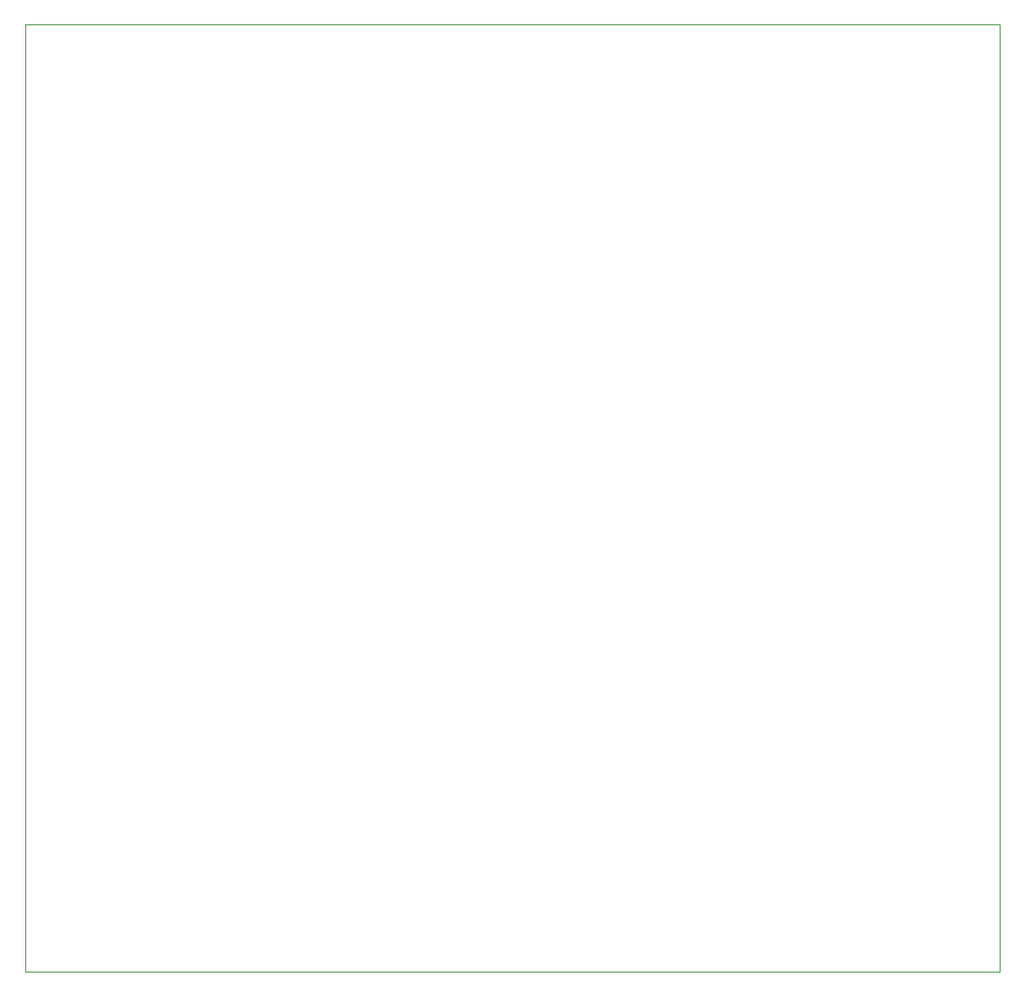
<source format=gbr>
%TF.GenerationSoftware,KiCad,Pcbnew,7.0.5*%
%TF.CreationDate,2023-06-10T01:43:31+05:30*%
%TF.ProjectId,OPEN ;AB,4f50454e-203b-4414-922e-6b696361645f,rev?*%
%TF.SameCoordinates,Original*%
%TF.FileFunction,Profile,NP*%
%FSLAX46Y46*%
G04 Gerber Fmt 4.6, Leading zero omitted, Abs format (unit mm)*
G04 Created by KiCad (PCBNEW 7.0.5) date 2023-06-10 01:43:31*
%MOMM*%
%LPD*%
G01*
G04 APERTURE LIST*
%TA.AperFunction,Profile*%
%ADD10C,0.100000*%
%TD*%
G04 APERTURE END LIST*
D10*
X104140000Y-132080000D02*
X195580000Y-132080000D01*
X104140000Y-132080000D02*
X104140000Y-43180000D01*
X195580000Y-43180000D02*
X104140000Y-43180000D01*
X195580000Y-132080000D02*
X195580000Y-43180000D01*
M02*

</source>
